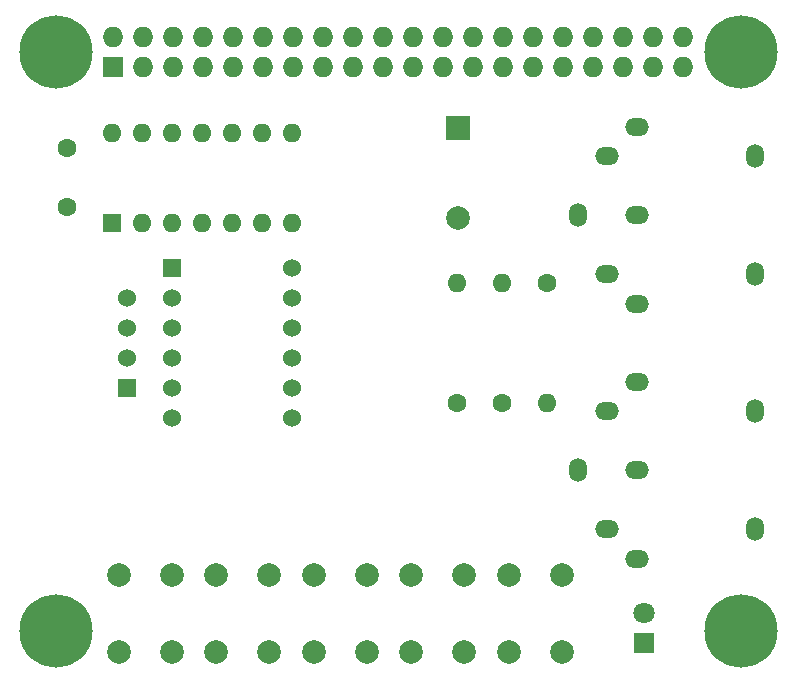
<source format=gts>
G04 #@! TF.FileFunction,Soldermask,Top*
%FSLAX46Y46*%
G04 Gerber Fmt 4.6, Leading zero omitted, Abs format (unit mm)*
G04 Created by KiCad (PCBNEW 4.0.7) date 06/12/18 20:28:49*
%MOMM*%
%LPD*%
G01*
G04 APERTURE LIST*
%ADD10C,0.100000*%
%ADD11R,1.727200X1.727200*%
%ADD12O,1.727200X1.727200*%
%ADD13C,6.200000*%
%ADD14R,2.000000X2.000000*%
%ADD15C,2.000000*%
%ADD16R,1.800000X1.800000*%
%ADD17C,1.800000*%
%ADD18R,1.600000X1.600000*%
%ADD19O,1.600000X1.600000*%
%ADD20R,1.524000X1.524000*%
%ADD21C,1.524000*%
%ADD22C,1.600000*%
%ADD23O,2.000000X1.524000*%
%ADD24O,1.524000X2.000000*%
G04 APERTURE END LIST*
D10*
D11*
X31865000Y-33845000D03*
D12*
X31865000Y-31305000D03*
X34405000Y-33845000D03*
X34405000Y-31305000D03*
X36945000Y-33845000D03*
X36945000Y-31305000D03*
X39485000Y-33845000D03*
X39485000Y-31305000D03*
X42025000Y-33845000D03*
X42025000Y-31305000D03*
X44565000Y-33845000D03*
X44565000Y-31305000D03*
X47105000Y-33845000D03*
X47105000Y-31305000D03*
X49645000Y-33845000D03*
X49645000Y-31305000D03*
X52185000Y-33845000D03*
X52185000Y-31305000D03*
X54725000Y-33845000D03*
X54725000Y-31305000D03*
X57265000Y-33845000D03*
X57265000Y-31305000D03*
X59805000Y-33845000D03*
X59805000Y-31305000D03*
X62345000Y-33845000D03*
X62345000Y-31305000D03*
X64885000Y-33845000D03*
X64885000Y-31305000D03*
X67425000Y-33845000D03*
X67425000Y-31305000D03*
X69965000Y-33845000D03*
X69965000Y-31305000D03*
X72505000Y-33845000D03*
X72505000Y-31305000D03*
X75045000Y-33845000D03*
X75045000Y-31305000D03*
X77585000Y-33845000D03*
X77585000Y-31305000D03*
X80125000Y-33845000D03*
X80125000Y-31305000D03*
D13*
X84995000Y-32575000D03*
X84995000Y-81575000D03*
X26995000Y-81575000D03*
X26995000Y-32575000D03*
D14*
X61087000Y-38989000D03*
D15*
X61087000Y-46589000D03*
D16*
X76835000Y-82550000D03*
D17*
X76835000Y-80010000D03*
D18*
X31750000Y-46990000D03*
D19*
X46990000Y-39370000D03*
X34290000Y-46990000D03*
X44450000Y-39370000D03*
X36830000Y-46990000D03*
X41910000Y-39370000D03*
X39370000Y-46990000D03*
X39370000Y-39370000D03*
X41910000Y-46990000D03*
X36830000Y-39370000D03*
X44450000Y-46990000D03*
X34290000Y-39370000D03*
X46990000Y-46990000D03*
X31750000Y-39370000D03*
D20*
X36830000Y-50800000D03*
D21*
X36830000Y-53340000D03*
X36830000Y-55880000D03*
X36830000Y-58420000D03*
X36830000Y-60960000D03*
X36830000Y-63500000D03*
X46990000Y-63500000D03*
X46990000Y-60960000D03*
X46990000Y-58420000D03*
X46990000Y-55880000D03*
X46990000Y-53340000D03*
X46990000Y-50800000D03*
D22*
X68580000Y-52070000D03*
D19*
X68580000Y-62230000D03*
D22*
X64770000Y-62230000D03*
D19*
X64770000Y-52070000D03*
D22*
X60960000Y-62230000D03*
D19*
X60960000Y-52070000D03*
D15*
X32330000Y-76835000D03*
X36830000Y-76835000D03*
X32330000Y-83335000D03*
X36830000Y-83335000D03*
X40585000Y-76835000D03*
X45085000Y-76835000D03*
X40585000Y-83335000D03*
X45085000Y-83335000D03*
X48840000Y-76835000D03*
X53340000Y-76835000D03*
X48840000Y-83335000D03*
X53340000Y-83335000D03*
X57095000Y-76835000D03*
X61595000Y-76835000D03*
X57095000Y-83335000D03*
X61595000Y-83335000D03*
X65350000Y-76835000D03*
X69850000Y-76835000D03*
X65350000Y-83335000D03*
X69850000Y-83335000D03*
D22*
X27940000Y-40640000D03*
X27940000Y-45640000D03*
D23*
X73700000Y-51355000D03*
X73700000Y-41355000D03*
X76200000Y-53855000D03*
X76200000Y-38855000D03*
D24*
X86200000Y-51355000D03*
X86200000Y-41355000D03*
D23*
X76200000Y-46355000D03*
D24*
X71200000Y-46355000D03*
D23*
X73700000Y-72945000D03*
X73700000Y-62945000D03*
X76200000Y-75445000D03*
X76200000Y-60445000D03*
D24*
X86200000Y-72945000D03*
X86200000Y-62945000D03*
D23*
X76200000Y-67945000D03*
D24*
X71200000Y-67945000D03*
D20*
X33020000Y-60960000D03*
D21*
X33020000Y-58420000D03*
X33020000Y-55880000D03*
X33020000Y-53340000D03*
M02*

</source>
